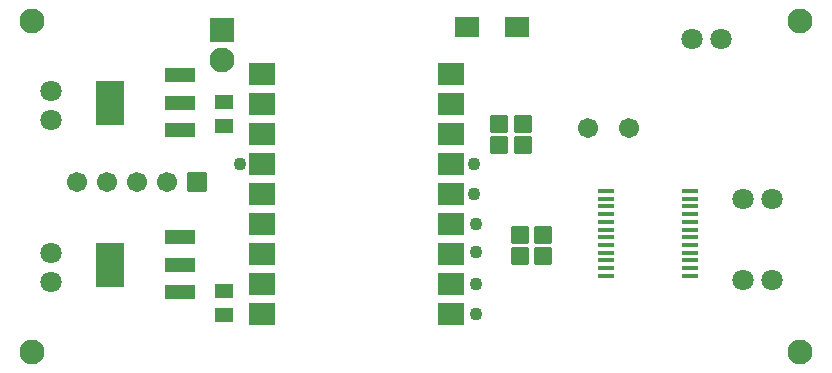
<source format=gts>
G04 Layer: TopSolderMaskLayer*
G04 EasyEDA Pro v2.2.45.4, 2026-02-20 22:42:29*
G04 Gerber Generator version 0.3*
G04 Scale: 100 percent, Rotated: No, Reflected: No*
G04 Dimensions in millimeters*
G04 Leading zeros omitted, absolute positions, 4 integers and 5 decimals*
G04 Generated by one-click*
%FSLAX45Y45*%
%MOMM*%
%AMRoundRect*1,1,$1,$2,$3*1,1,$1,$4,$5*1,1,$1,0-$2,0-$3*1,1,$1,0-$4,0-$5*20,1,$1,$2,$3,$4,$5,0*20,1,$1,$4,$5,0-$2,0-$3,0*20,1,$1,0-$2,0-$3,0-$4,0-$5,0*20,1,$1,0-$4,0-$5,$2,$3,0*4,1,4,$2,$3,$4,$5,0-$2,0-$3,0-$4,0-$5,$2,$3,0*%
%ADD10C,1.1016*%
%ADD11RoundRect,0.09495X-0.70833X0.67833X0.70833X0.67833*%
%ADD12C,1.8016*%
%ADD13O,1.4256X0.4096*%
%ADD14RoundRect,0.09645X-1.05363X0.90351X1.05363X0.90351*%
%ADD15RoundRect,0.1087X-1.05363X0.90356X1.05363X0.90356*%
%ADD16RoundRect,0.09645X-1.05363X0.90356X1.05363X0.90356*%
%ADD17C,1.7016*%
%ADD18RoundRect,0.09368X-1.25396X0.55396X1.25396X0.55396*%
%ADD19RoundRect,0.09754X-1.17203X1.80203X1.17203X1.80203*%
%ADD20RoundRect,0.09387X-0.69237X-0.57013X-0.69237X0.57013*%
%ADD21C,2.1016*%
%ADD22RoundRect,0.09691X-1.00234X-1.00234X-1.00234X1.00234*%
%ADD23RoundRect,0.09585X-1.00287X0.79938X1.00287X0.79938*%
%ADD24RoundRect,0.09588X-0.80286X0.80286X0.80286X0.80286*%
G75*


G04 Pad Start*
G54D10*
G01X1409700Y-1358900D03*
G01X3403600Y-2108200D03*
G01X3403600Y-2628900D03*
G01X3403600Y-1866900D03*
G01X3390900Y-1612900D03*
G01X3390900Y-1358900D03*
G01X3403600Y-2374900D03*
G54D11*
G01X3978580Y-1960880D03*
G01X3778580Y-1960880D03*
G01X3978580Y-2138680D03*
G01X3778580Y-2138680D03*
G01X3605860Y-1198880D03*
G01X3805860Y-1198880D03*
G01X3605860Y-1021080D03*
G01X3805860Y-1021080D03*
G54D12*
G01X5663659Y-2341880D03*
G01X5913658Y-2341880D03*
G01X5663659Y-1656080D03*
G01X5913658Y-1656080D03*
G54D13*
G01X5217770Y-2305685D03*
G01X5217770Y-2240686D03*
G01X5217770Y-2175688D03*
G01X5217770Y-2110689D03*
G01X5217770Y-2045691D03*
G01X5217770Y-1980667D03*
G01X5217770Y-1915668D03*
G01X5217770Y-1850669D03*
G01X5217770Y-1785671D03*
G01X5217770Y-1720672D03*
G01X5217770Y-1655674D03*
G01X5217770Y-1590675D03*
G01X4505350Y-2305685D03*
G01X4505350Y-2240686D03*
G01X4505350Y-2175688D03*
G01X4505350Y-2110689D03*
G01X4505350Y-2045691D03*
G01X4505350Y-1980667D03*
G01X4505350Y-1915668D03*
G01X4505350Y-1850669D03*
G01X4505350Y-1785671D03*
G01X4505350Y-1720672D03*
G01X4505350Y-1655674D03*
G01X4505350Y-1590675D03*
G54D14*
G01X1597660Y-601980D03*
G01X1597660Y-855980D03*
G01X1597660Y-1109980D03*
G54D16*
G01X1597660Y-1363980D03*
G01X1597660Y-1617980D03*
G01X1597660Y-1871980D03*
G01X1597660Y-2125980D03*
G01X1597660Y-2379980D03*
G01X3197860Y-2379980D03*
G01X3197860Y-2125980D03*
G01X3197860Y-1871980D03*
G01X3197860Y-1617980D03*
G01X3197860Y-1363980D03*
G54D14*
G01X3197860Y-1109980D03*
G01X3197860Y-855980D03*
G01X3197860Y-601980D03*
G54D16*
G01X1597660Y-2633980D03*
G01X3197860Y-2633980D03*
G54D12*
G01X5234399Y-304800D03*
G01X5484398Y-304800D03*
G54D17*
G01X4356364Y-1059177D03*
G01X4706376Y-1059177D03*
G54D12*
G01X-190500Y-2110199D03*
G01X-190500Y-2360198D03*
G01X-190500Y-738599D03*
G01X-190500Y-988598D03*
G54D18*
G01X904055Y-2442337D03*
G01X904055Y-2212340D03*
G01X904055Y-1982343D03*
G54D19*
G01X310063Y-2212340D03*
G54D18*
G01X898975Y-1070737D03*
G01X898975Y-840740D03*
G01X898975Y-610743D03*
G54D19*
G01X304983Y-840740D03*
G54D20*
G01X1270000Y-2640000D03*
G01X1270000Y-2440000D03*
G01X1270000Y-839800D03*
G01X1270000Y-1039800D03*
G54D21*
G01X6150000Y-150000D03*
G01X6150000Y-2950000D03*
G01X-350000Y-150000D03*
G01X-350000Y-2950000D03*
G54D22*
G01X1257300Y-228600D03*
G54D21*
G01X1257300Y-482600D03*
G54D23*
G01X3333293Y-203200D03*
G01X3753307Y-203200D03*
G54D17*
G01X25405Y-1511303D03*
G01X279405Y-1511303D03*
G01X533405Y-1511303D03*
G01X787405Y-1511303D03*
G54D24*
G01X1041405Y-1511303D03*
G04 Pad End*

M02*


</source>
